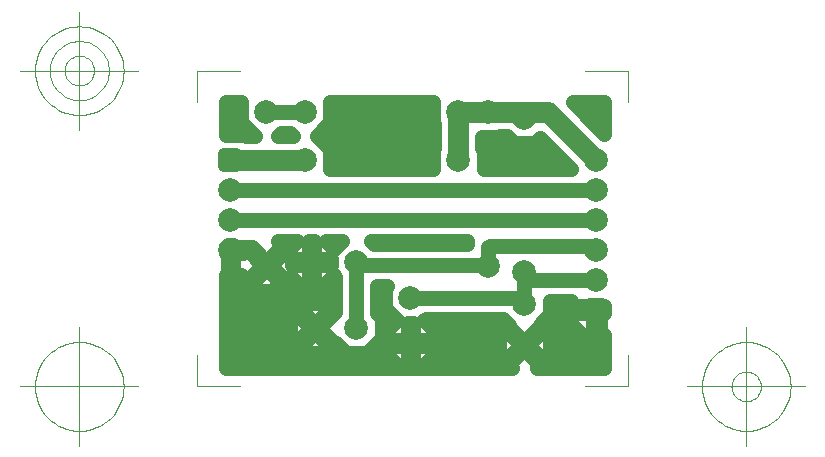
<source format=gbr>
G04 Generated by Ultiboard *
%FSLAX25Y25*%
%MOIN*%

%ADD10C,0.05000*%
%ADD11C,0.07000*%
%ADD12C,0.00394*%
%ADD13C,0.07900*%
%ADD14R,0.03983X0.03983*%
%ADD15C,0.03917*%


G04 ColorRGB 0000FF for the following layer *
%LNCopper Bottom*%
%LPD*%
%FSLAX25Y25*%
%MOIN*%
G54D10*
X120113Y389201D02*
X130500Y389201D01*
X130500Y389201D02*
X130500Y378814D01*
X130500Y378814D02*
X120113Y389201D01*
G36*
X120113Y389201D02*
X130500Y389201D01*
X130500Y378814D01*
X120113Y389201D01*
G37*
X120113Y389201D02*
X130500Y389201D01*
X130500Y389201D02*
X130500Y378814D01*
X130500Y378814D02*
X120113Y389201D01*
X129167Y321550D02*
X129167Y321167D01*
X129167Y321167D02*
X130500Y321167D01*
X130500Y321167D02*
X130500Y318833D01*
X130500Y318833D02*
X129167Y318833D01*
X129167Y318833D02*
X129167Y315333D01*
X129167Y315333D02*
X126833Y315333D01*
X126833Y315333D02*
X126833Y318833D01*
X126833Y318833D02*
X119550Y318833D01*
X119550Y318833D02*
X119550Y315333D01*
X119550Y315333D02*
X110594Y315333D01*
X110594Y315333D02*
X110594Y316644D01*
X110594Y316644D02*
X112450Y318500D01*
X112450Y318500D02*
X112450Y323000D01*
X112450Y323000D02*
X119550Y323000D01*
X119550Y323000D02*
X119550Y321167D01*
X119550Y321167D02*
X126833Y321167D01*
X126833Y321167D02*
X126833Y321550D01*
X126833Y321550D02*
X129167Y321550D01*
G36*
X129167Y321550D02*
X129167Y321167D01*
X130500Y321167D01*
X130500Y318833D01*
X129167Y318833D01*
X129167Y315333D01*
X126833Y315333D01*
X126833Y318833D01*
X119550Y318833D01*
X119550Y315333D01*
X110594Y315333D01*
X110594Y316644D01*
X112450Y318500D01*
X112450Y323000D01*
X119550Y323000D01*
X119550Y321167D01*
X126833Y321167D01*
X126833Y321550D01*
X129167Y321550D01*
G37*
X129167Y321550D02*
X129167Y321167D01*
X129167Y321167D02*
X130500Y321167D01*
X130500Y321167D02*
X130500Y318833D01*
X130500Y318833D02*
X129167Y318833D01*
X129167Y318833D02*
X129167Y315333D01*
X129167Y315333D02*
X126833Y315333D01*
X126833Y315333D02*
X126833Y318833D01*
X126833Y318833D02*
X119550Y318833D01*
X119550Y318833D02*
X119550Y315333D01*
X119550Y315333D02*
X110594Y315333D01*
X110594Y315333D02*
X110594Y316644D01*
X110594Y316644D02*
X112450Y318500D01*
X112450Y318500D02*
X112450Y323000D01*
X112450Y323000D02*
X119550Y323000D01*
X119550Y323000D02*
X119550Y321167D01*
X119550Y321167D02*
X126833Y321167D01*
X126833Y321167D02*
X126833Y321550D01*
X126833Y321550D02*
X129167Y321550D01*
X119550Y315333D02*
X123333Y311550D01*
X123333Y311550D02*
X126833Y311550D01*
X126833Y311550D02*
X126833Y315333D01*
X126833Y315333D02*
X129167Y315333D01*
X129167Y315333D02*
X129167Y311550D01*
X129167Y311550D02*
X130500Y311550D01*
X130500Y311550D02*
X130500Y300500D01*
X130500Y300500D02*
X110594Y300500D01*
X110594Y300500D02*
X110594Y302864D01*
X110594Y302864D02*
X112450Y304720D01*
X112450Y304720D02*
X112450Y311721D01*
X112450Y311721D02*
X110594Y313577D01*
X110594Y313577D02*
X110594Y315333D01*
X110594Y315333D02*
X119550Y315333D01*
G36*
X119550Y315333D02*
X123333Y311550D01*
X126833Y311550D01*
X126833Y315333D01*
X129167Y315333D01*
X129167Y311550D01*
X130500Y311550D01*
X130500Y300500D01*
X110594Y300500D01*
X110594Y302864D01*
X112450Y304720D01*
X112450Y311721D01*
X110594Y313577D01*
X110594Y315333D01*
X119550Y315333D01*
G37*
X119550Y315333D02*
X123333Y311550D01*
X123333Y311550D02*
X126833Y311550D01*
X126833Y311550D02*
X126833Y315333D01*
X126833Y315333D02*
X129167Y315333D01*
X129167Y315333D02*
X129167Y311550D01*
X129167Y311550D02*
X130500Y311550D01*
X130500Y311550D02*
X130500Y300500D01*
X130500Y300500D02*
X110594Y300500D01*
X110594Y300500D02*
X110594Y302864D01*
X110594Y302864D02*
X112450Y304720D01*
X112450Y304720D02*
X112450Y311721D01*
X112450Y311721D02*
X110594Y313577D01*
X110594Y313577D02*
X110594Y315333D01*
X110594Y315333D02*
X119550Y315333D01*
X21950Y378000D02*
X22950Y379000D01*
X22950Y379000D02*
X25869Y379000D01*
X25869Y379000D02*
X26869Y378000D01*
X26869Y378000D02*
X21950Y378000D01*
G36*
X21950Y378000D02*
X22950Y379000D01*
X25869Y379000D01*
X26869Y378000D01*
X21950Y378000D01*
G37*
X21950Y378000D02*
X22950Y379000D01*
X22950Y379000D02*
X25869Y379000D01*
X25869Y379000D02*
X26869Y378000D01*
X26869Y378000D02*
X21950Y378000D01*
X39269Y372598D02*
X39269Y373500D01*
X39269Y373500D02*
X34769Y378000D01*
X34769Y378000D02*
X39269Y382500D01*
X39269Y382500D02*
X39269Y389201D01*
X39269Y389201D02*
X44500Y389201D01*
X44500Y389201D02*
X44500Y372598D01*
X44500Y372598D02*
X39269Y372598D01*
G36*
X39269Y372598D02*
X39269Y373500D01*
X34769Y378000D01*
X39269Y382500D01*
X39269Y389201D01*
X44500Y389201D01*
X44500Y372598D01*
X39269Y372598D01*
G37*
X39269Y372598D02*
X39269Y373500D01*
X39269Y373500D02*
X34769Y378000D01*
X34769Y378000D02*
X39269Y382500D01*
X39269Y382500D02*
X39269Y389201D01*
X39269Y389201D02*
X44500Y389201D01*
X44500Y389201D02*
X44500Y372598D01*
X44500Y372598D02*
X39269Y372598D01*
X11117Y378000D02*
X10667Y378450D01*
X10667Y378450D02*
X4500Y378450D01*
X4500Y378450D02*
X4500Y389201D01*
X4500Y389201D02*
X9550Y389201D01*
X9550Y389201D02*
X9550Y382500D01*
X9550Y382500D02*
X14050Y378000D01*
X14050Y378000D02*
X11117Y378000D01*
G36*
X11117Y378000D02*
X10667Y378450D01*
X4500Y378450D01*
X4500Y389201D01*
X9550Y389201D01*
X9550Y382500D01*
X14050Y378000D01*
X11117Y378000D01*
G37*
X11117Y378000D02*
X10667Y378450D01*
X10667Y378450D02*
X4500Y378450D01*
X4500Y378450D02*
X4500Y389201D01*
X4500Y389201D02*
X9550Y389201D01*
X9550Y389201D02*
X9550Y382500D01*
X9550Y382500D02*
X14050Y378000D01*
X14050Y378000D02*
X11117Y378000D01*
X74000Y373950D02*
X73550Y373500D01*
X73550Y373500D02*
X73550Y372598D01*
X73550Y372598D02*
X44500Y372598D01*
X44500Y372598D02*
X44500Y389201D01*
X44500Y389201D02*
X73550Y389201D01*
X73550Y389201D02*
X73550Y382500D01*
X73550Y382500D02*
X74000Y382050D01*
X74000Y382050D02*
X74000Y373950D01*
G36*
X74000Y373950D02*
X73550Y373500D01*
X73550Y372598D01*
X44500Y372598D01*
X44500Y389201D01*
X73550Y389201D01*
X73550Y382500D01*
X74000Y382050D01*
X74000Y373950D01*
G37*
X74000Y373950D02*
X73550Y373500D01*
X73550Y373500D02*
X73550Y372598D01*
X73550Y372598D02*
X44500Y372598D01*
X44500Y372598D02*
X44500Y389201D01*
X44500Y389201D02*
X73550Y389201D01*
X73550Y389201D02*
X73550Y382500D01*
X73550Y382500D02*
X74000Y382050D01*
X74000Y382050D02*
X74000Y373950D01*
X90000Y377550D02*
X90500Y377550D01*
X90500Y377550D02*
X90500Y372598D01*
X90500Y372598D02*
X90450Y372598D01*
X90450Y372598D02*
X90450Y373500D01*
X90450Y373500D02*
X90000Y373950D01*
X90000Y373950D02*
X90000Y377550D01*
G36*
X90000Y377550D02*
X90500Y377550D01*
X90500Y372598D01*
X90450Y372598D01*
X90450Y373500D01*
X90000Y373950D01*
X90000Y377550D01*
G37*
X90000Y377550D02*
X90500Y377550D01*
X90500Y377550D02*
X90500Y372598D01*
X90500Y372598D02*
X90450Y372598D01*
X90450Y372598D02*
X90450Y373500D01*
X90450Y373500D02*
X90000Y373950D01*
X90000Y373950D02*
X90000Y377550D01*
X98050Y378000D02*
X100500Y375550D01*
X100500Y375550D02*
X106679Y375550D01*
X106679Y375550D02*
X106679Y367000D01*
X106679Y367000D02*
X90500Y367000D01*
X90500Y367000D02*
X90500Y377550D01*
X90500Y377550D02*
X95500Y377550D01*
X95500Y377550D02*
X95950Y378000D01*
X95950Y378000D02*
X98050Y378000D01*
G36*
X98050Y378000D02*
X100500Y375550D01*
X106679Y375550D01*
X106679Y367000D01*
X90500Y367000D01*
X90500Y377550D01*
X95500Y377550D01*
X95950Y378000D01*
X98050Y378000D01*
G37*
X98050Y378000D02*
X100500Y375550D01*
X100500Y375550D02*
X106679Y375550D01*
X106679Y375550D02*
X106679Y367000D01*
X106679Y367000D02*
X90500Y367000D01*
X90500Y367000D02*
X90500Y377550D01*
X90500Y377550D02*
X95500Y377550D01*
X95500Y377550D02*
X95950Y378000D01*
X95950Y378000D02*
X98050Y378000D01*
X119550Y367136D02*
X119550Y367000D01*
X119550Y367000D02*
X106679Y367000D01*
X106679Y367000D02*
X106679Y375550D01*
X106679Y375550D02*
X107500Y375550D01*
X107500Y375550D02*
X109318Y377368D01*
X109318Y377368D02*
X119550Y367136D01*
G36*
X119550Y367136D02*
X119550Y367000D01*
X106679Y367000D01*
X106679Y375550D01*
X107500Y375550D01*
X109318Y377368D01*
X119550Y367136D01*
G37*
X119550Y367136D02*
X119550Y367000D01*
X119550Y367000D02*
X106679Y367000D01*
X106679Y367000D02*
X106679Y375550D01*
X106679Y375550D02*
X107500Y375550D01*
X107500Y375550D02*
X109318Y377368D01*
X109318Y377368D02*
X119550Y367136D01*
X73550Y372598D02*
X73550Y367000D01*
X73550Y367000D02*
X44500Y367000D01*
X44500Y367000D02*
X44500Y372598D01*
X44500Y372598D02*
X73550Y372598D01*
G36*
X73550Y372598D02*
X73550Y367000D01*
X44500Y367000D01*
X44500Y372598D01*
X73550Y372598D01*
G37*
X73550Y372598D02*
X73550Y367000D01*
X73550Y367000D02*
X44500Y367000D01*
X44500Y367000D02*
X44500Y372598D01*
X44500Y372598D02*
X73550Y372598D01*
X58200Y328150D02*
X57550Y327500D01*
X57550Y327500D02*
X57550Y320500D01*
X57550Y320500D02*
X61550Y316500D01*
X61550Y316500D02*
X57550Y312500D01*
X57550Y312500D02*
X57550Y309875D01*
X57550Y309875D02*
X62500Y309875D01*
X62500Y309875D02*
X62500Y308125D01*
X62500Y308125D02*
X57550Y308125D01*
X57550Y308125D02*
X57550Y305500D01*
X57550Y305500D02*
X62500Y300550D01*
X62500Y300550D02*
X62500Y300500D01*
X62500Y300500D02*
X44500Y300500D01*
X44500Y300500D02*
X44500Y305550D01*
X44500Y305550D02*
X51500Y305550D01*
X51500Y305550D02*
X56450Y310500D01*
X56450Y310500D02*
X56450Y317500D01*
X56450Y317500D02*
X55000Y318950D01*
X55000Y318950D02*
X55000Y328150D01*
X55000Y328150D02*
X58200Y328150D01*
G36*
X58200Y328150D02*
X57550Y327500D01*
X57550Y320500D01*
X61550Y316500D01*
X57550Y312500D01*
X57550Y309875D01*
X62500Y309875D01*
X62500Y308125D01*
X57550Y308125D01*
X57550Y305500D01*
X62500Y300550D01*
X62500Y300500D01*
X44500Y300500D01*
X44500Y305550D01*
X51500Y305550D01*
X56450Y310500D01*
X56450Y317500D01*
X55000Y318950D01*
X55000Y328150D01*
X58200Y328150D01*
G37*
X58200Y328150D02*
X57550Y327500D01*
X57550Y327500D02*
X57550Y320500D01*
X57550Y320500D02*
X61550Y316500D01*
X61550Y316500D02*
X57550Y312500D01*
X57550Y312500D02*
X57550Y309875D01*
X57550Y309875D02*
X62500Y309875D01*
X62500Y309875D02*
X62500Y308125D01*
X62500Y308125D02*
X57550Y308125D01*
X57550Y308125D02*
X57550Y305500D01*
X57550Y305500D02*
X62500Y300550D01*
X62500Y300550D02*
X62500Y300500D01*
X62500Y300500D02*
X44500Y300500D01*
X44500Y300500D02*
X44500Y305550D01*
X44500Y305550D02*
X51500Y305550D01*
X51500Y305550D02*
X56450Y310500D01*
X56450Y310500D02*
X56450Y317500D01*
X56450Y317500D02*
X55000Y318950D01*
X55000Y318950D02*
X55000Y328150D01*
X55000Y328150D02*
X58200Y328150D01*
X65125Y315550D02*
X66875Y315550D01*
X66875Y315550D02*
X66875Y309875D01*
X66875Y309875D02*
X69500Y309875D01*
X69500Y309875D02*
X69500Y308125D01*
X69500Y308125D02*
X66875Y308125D01*
X66875Y308125D02*
X66875Y300550D01*
X66875Y300550D02*
X69500Y300550D01*
X69500Y300550D02*
X69500Y300500D01*
X69500Y300500D02*
X62500Y300500D01*
X62500Y300500D02*
X62500Y300550D01*
X62500Y300550D02*
X65125Y300550D01*
X65125Y300550D02*
X65125Y308125D01*
X65125Y308125D02*
X62500Y308125D01*
X62500Y308125D02*
X62500Y309875D01*
X62500Y309875D02*
X65125Y309875D01*
X65125Y309875D02*
X65125Y315550D01*
G36*
X65125Y315550D02*
X66875Y315550D01*
X66875Y309875D01*
X69500Y309875D01*
X69500Y308125D01*
X66875Y308125D01*
X66875Y300550D01*
X69500Y300550D01*
X69500Y300500D01*
X62500Y300500D01*
X62500Y300550D01*
X65125Y300550D01*
X65125Y308125D01*
X62500Y308125D01*
X62500Y309875D01*
X65125Y309875D01*
X65125Y315550D01*
G37*
X65125Y315550D02*
X66875Y315550D01*
X66875Y315550D02*
X66875Y309875D01*
X66875Y309875D02*
X69500Y309875D01*
X69500Y309875D02*
X69500Y308125D01*
X69500Y308125D02*
X66875Y308125D01*
X66875Y308125D02*
X66875Y300550D01*
X66875Y300550D02*
X69500Y300550D01*
X69500Y300550D02*
X69500Y300500D01*
X69500Y300500D02*
X62500Y300500D01*
X62500Y300500D02*
X62500Y300550D01*
X62500Y300550D02*
X65125Y300550D01*
X65125Y300550D02*
X65125Y308125D01*
X65125Y308125D02*
X62500Y308125D01*
X62500Y308125D02*
X62500Y309875D01*
X62500Y309875D02*
X65125Y309875D01*
X65125Y309875D02*
X65125Y315550D01*
X53800Y342150D02*
X52950Y343000D01*
X52950Y343000D02*
X62500Y343000D01*
X62500Y343000D02*
X62500Y342150D01*
X62500Y342150D02*
X53800Y342150D01*
G36*
X53800Y342150D02*
X52950Y343000D01*
X62500Y343000D01*
X62500Y342150D01*
X53800Y342150D01*
G37*
X53800Y342150D02*
X52950Y343000D01*
X52950Y343000D02*
X62500Y343000D01*
X62500Y343000D02*
X62500Y342150D01*
X62500Y342150D02*
X53800Y342150D01*
X62500Y343000D02*
X69500Y343000D01*
X69500Y343000D02*
X69500Y342150D01*
X69500Y342150D02*
X62500Y342150D01*
X62500Y342150D02*
X62500Y343000D01*
G36*
X62500Y343000D02*
X69500Y343000D01*
X69500Y342150D01*
X62500Y342150D01*
X62500Y343000D01*
G37*
X62500Y343000D02*
X69500Y343000D01*
X69500Y343000D02*
X69500Y342150D01*
X69500Y342150D02*
X62500Y342150D01*
X62500Y342150D02*
X62500Y343000D01*
X4500Y331550D02*
X5125Y331550D01*
X5125Y331550D02*
X5125Y332500D01*
X5125Y332500D02*
X6875Y332500D01*
X6875Y332500D02*
X6875Y331550D01*
X6875Y331550D02*
X9500Y331550D01*
X9500Y331550D02*
X9550Y331600D01*
X9550Y331600D02*
X9550Y331319D01*
X9550Y331319D02*
X11406Y329463D01*
X11406Y329463D02*
X14444Y332500D01*
X14444Y332500D02*
X16918Y332500D01*
X16918Y332500D02*
X12644Y328225D01*
X12644Y328225D02*
X14500Y326369D01*
X14500Y326369D02*
X21500Y326369D01*
X21500Y326369D02*
X23356Y328225D01*
X23356Y328225D02*
X19082Y332500D01*
X19082Y332500D02*
X21556Y332500D01*
X21556Y332500D02*
X24594Y329463D01*
X24594Y329463D02*
X26091Y330959D01*
X26091Y330959D02*
X29500Y327550D01*
X29500Y327550D02*
X32125Y327550D01*
X32125Y327550D02*
X32125Y332500D01*
X32125Y332500D02*
X33875Y332500D01*
X33875Y332500D02*
X33875Y327550D01*
X33875Y327550D02*
X34220Y327550D01*
X34220Y327550D02*
X34220Y322450D01*
X34220Y322450D02*
X30720Y322450D01*
X30720Y322450D02*
X28864Y320594D01*
X28864Y320594D02*
X34220Y315237D01*
X34220Y315237D02*
X34220Y314000D01*
X34220Y314000D02*
X32983Y314000D01*
X32983Y314000D02*
X27627Y319356D01*
X27627Y319356D02*
X25770Y317500D01*
X25770Y317500D02*
X25770Y314000D01*
X25770Y314000D02*
X4500Y314000D01*
X4500Y314000D02*
X4500Y331550D01*
G36*
X4500Y331550D02*
X5125Y331550D01*
X5125Y332500D01*
X6875Y332500D01*
X6875Y331550D01*
X9500Y331550D01*
X9550Y331600D01*
X9550Y331319D01*
X11406Y329463D01*
X14444Y332500D01*
X16918Y332500D01*
X12644Y328225D01*
X14500Y326369D01*
X21500Y326369D01*
X23356Y328225D01*
X19082Y332500D01*
X21556Y332500D01*
X24594Y329463D01*
X26091Y330959D01*
X29500Y327550D01*
X32125Y327550D01*
X32125Y332500D01*
X33875Y332500D01*
X33875Y327550D01*
X34220Y327550D01*
X34220Y322450D01*
X30720Y322450D01*
X28864Y320594D01*
X34220Y315237D01*
X34220Y314000D01*
X32983Y314000D01*
X27627Y319356D01*
X25770Y317500D01*
X25770Y314000D01*
X4500Y314000D01*
X4500Y331550D01*
G37*
X4500Y331550D02*
X5125Y331550D01*
X5125Y331550D02*
X5125Y332500D01*
X5125Y332500D02*
X6875Y332500D01*
X6875Y332500D02*
X6875Y331550D01*
X6875Y331550D02*
X9500Y331550D01*
X9500Y331550D02*
X9550Y331600D01*
X9550Y331600D02*
X9550Y331319D01*
X9550Y331319D02*
X11406Y329463D01*
X11406Y329463D02*
X14444Y332500D01*
X14444Y332500D02*
X16918Y332500D01*
X16918Y332500D02*
X12644Y328225D01*
X12644Y328225D02*
X14500Y326369D01*
X14500Y326369D02*
X21500Y326369D01*
X21500Y326369D02*
X23356Y328225D01*
X23356Y328225D02*
X19082Y332500D01*
X19082Y332500D02*
X21556Y332500D01*
X21556Y332500D02*
X24594Y329463D01*
X24594Y329463D02*
X26091Y330959D01*
X26091Y330959D02*
X29500Y327550D01*
X29500Y327550D02*
X32125Y327550D01*
X32125Y327550D02*
X32125Y332500D01*
X32125Y332500D02*
X33875Y332500D01*
X33875Y332500D02*
X33875Y327550D01*
X33875Y327550D02*
X34220Y327550D01*
X34220Y327550D02*
X34220Y322450D01*
X34220Y322450D02*
X30720Y322450D01*
X30720Y322450D02*
X28864Y320594D01*
X28864Y320594D02*
X34220Y315237D01*
X34220Y315237D02*
X34220Y314000D01*
X34220Y314000D02*
X32983Y314000D01*
X32983Y314000D02*
X27627Y319356D01*
X27627Y319356D02*
X25770Y317500D01*
X25770Y317500D02*
X25770Y314000D01*
X25770Y314000D02*
X4500Y314000D01*
X4500Y314000D02*
X4500Y331550D01*
X34220Y315237D02*
X39577Y320594D01*
X39577Y320594D02*
X37721Y322450D01*
X37721Y322450D02*
X34220Y322450D01*
X34220Y322450D02*
X34220Y327550D01*
X34220Y327550D02*
X36500Y327550D01*
X36500Y327550D02*
X40500Y331550D01*
X40500Y331550D02*
X41000Y331050D01*
X41000Y331050D02*
X41000Y319171D01*
X41000Y319171D02*
X40814Y319356D01*
X40814Y319356D02*
X35458Y314000D01*
X35458Y314000D02*
X34220Y314000D01*
X34220Y314000D02*
X34220Y315237D01*
G36*
X34220Y315237D02*
X39577Y320594D01*
X37721Y322450D01*
X34220Y322450D01*
X34220Y327550D01*
X36500Y327550D01*
X40500Y331550D01*
X41000Y331050D01*
X41000Y319171D01*
X40814Y319356D01*
X35458Y314000D01*
X34220Y314000D01*
X34220Y315237D01*
G37*
X34220Y315237D02*
X39577Y320594D01*
X39577Y320594D02*
X37721Y322450D01*
X37721Y322450D02*
X34220Y322450D01*
X34220Y322450D02*
X34220Y327550D01*
X34220Y327550D02*
X36500Y327550D01*
X36500Y327550D02*
X40500Y331550D01*
X40500Y331550D02*
X41000Y331050D01*
X41000Y331050D02*
X41000Y319171D01*
X41000Y319171D02*
X40814Y319356D01*
X40814Y319356D02*
X35458Y314000D01*
X35458Y314000D02*
X34220Y314000D01*
X34220Y314000D02*
X34220Y315237D01*
X25770Y314000D02*
X25770Y310500D01*
X25770Y310500D02*
X27627Y308644D01*
X27627Y308644D02*
X32983Y314000D01*
X32983Y314000D02*
X34220Y314000D01*
X34220Y314000D02*
X34220Y312763D01*
X34220Y312763D02*
X28864Y307406D01*
X28864Y307406D02*
X30720Y305550D01*
X30720Y305550D02*
X34220Y305550D01*
X34220Y305550D02*
X34220Y300500D01*
X34220Y300500D02*
X4500Y300500D01*
X4500Y300500D02*
X4500Y314000D01*
X4500Y314000D02*
X25770Y314000D01*
G36*
X25770Y314000D02*
X25770Y310500D01*
X27627Y308644D01*
X32983Y314000D01*
X34220Y314000D01*
X34220Y312763D01*
X28864Y307406D01*
X30720Y305550D01*
X34220Y305550D01*
X34220Y300500D01*
X4500Y300500D01*
X4500Y314000D01*
X25770Y314000D01*
G37*
X25770Y314000D02*
X25770Y310500D01*
X25770Y310500D02*
X27627Y308644D01*
X27627Y308644D02*
X32983Y314000D01*
X32983Y314000D02*
X34220Y314000D01*
X34220Y314000D02*
X34220Y312763D01*
X34220Y312763D02*
X28864Y307406D01*
X28864Y307406D02*
X30720Y305550D01*
X30720Y305550D02*
X34220Y305550D01*
X34220Y305550D02*
X34220Y300500D01*
X34220Y300500D02*
X4500Y300500D01*
X4500Y300500D02*
X4500Y314000D01*
X4500Y314000D02*
X25770Y314000D01*
X41110Y308940D02*
X44500Y305550D01*
X44500Y305550D02*
X44500Y305550D01*
X44500Y305550D02*
X44500Y300500D01*
X44500Y300500D02*
X34220Y300500D01*
X34220Y300500D02*
X34220Y305550D01*
X34220Y305550D02*
X37721Y305550D01*
X37721Y305550D02*
X39577Y307406D01*
X39577Y307406D02*
X34220Y312763D01*
X34220Y312763D02*
X34220Y314000D01*
X34220Y314000D02*
X35458Y314000D01*
X35458Y314000D02*
X40814Y308644D01*
X40814Y308644D02*
X41110Y308940D01*
G36*
X41110Y308940D02*
X44500Y305550D01*
X44500Y305550D01*
X44500Y300500D01*
X34220Y300500D01*
X34220Y305550D01*
X37721Y305550D01*
X39577Y307406D01*
X34220Y312763D01*
X34220Y314000D01*
X35458Y314000D01*
X40814Y308644D01*
X41110Y308940D01*
G37*
X41110Y308940D02*
X44500Y305550D01*
X44500Y305550D02*
X44500Y305550D01*
X44500Y305550D02*
X44500Y300500D01*
X44500Y300500D02*
X34220Y300500D01*
X34220Y300500D02*
X34220Y305550D01*
X34220Y305550D02*
X37721Y305550D01*
X37721Y305550D02*
X39577Y307406D01*
X39577Y307406D02*
X34220Y312763D01*
X34220Y312763D02*
X34220Y314000D01*
X34220Y314000D02*
X35458Y314000D01*
X35458Y314000D02*
X40814Y308644D01*
X40814Y308644D02*
X41110Y308940D01*
X18000Y336056D02*
X23356Y341413D01*
X23356Y341413D02*
X21769Y343000D01*
X21769Y343000D02*
X28050Y343000D01*
X28050Y343000D02*
X24909Y339860D01*
X24909Y339860D02*
X24594Y340175D01*
X24594Y340175D02*
X19237Y334819D01*
X19237Y334819D02*
X21556Y332500D01*
X21556Y332500D02*
X19082Y332500D01*
X19082Y332500D02*
X18000Y333581D01*
X18000Y333581D02*
X18000Y336056D01*
G36*
X18000Y336056D02*
X23356Y341413D01*
X21769Y343000D01*
X28050Y343000D01*
X24909Y339860D01*
X24594Y340175D01*
X19237Y334819D01*
X21556Y332500D01*
X19082Y332500D01*
X18000Y333581D01*
X18000Y336056D01*
G37*
X18000Y336056D02*
X23356Y341413D01*
X23356Y341413D02*
X21769Y343000D01*
X21769Y343000D02*
X28050Y343000D01*
X28050Y343000D02*
X24909Y339860D01*
X24909Y339860D02*
X24594Y340175D01*
X24594Y340175D02*
X19237Y334819D01*
X19237Y334819D02*
X21556Y332500D01*
X21556Y332500D02*
X19082Y332500D01*
X19082Y332500D02*
X18000Y333581D01*
X18000Y333581D02*
X18000Y336056D01*
X33875Y343000D02*
X33875Y336875D01*
X33875Y336875D02*
X36500Y336875D01*
X36500Y336875D02*
X36500Y335125D01*
X36500Y335125D02*
X33875Y335125D01*
X33875Y335125D02*
X33875Y332500D01*
X33875Y332500D02*
X32125Y332500D01*
X32125Y332500D02*
X32125Y335125D01*
X32125Y335125D02*
X29500Y335125D01*
X29500Y335125D02*
X29500Y336875D01*
X29500Y336875D02*
X32125Y336875D01*
X32125Y336875D02*
X32125Y343000D01*
X32125Y343000D02*
X33875Y343000D01*
G36*
X33875Y343000D02*
X33875Y336875D01*
X36500Y336875D01*
X36500Y335125D01*
X33875Y335125D01*
X33875Y332500D01*
X32125Y332500D01*
X32125Y335125D01*
X29500Y335125D01*
X29500Y336875D01*
X32125Y336875D01*
X32125Y343000D01*
X33875Y343000D01*
G37*
X33875Y343000D02*
X33875Y336875D01*
X33875Y336875D02*
X36500Y336875D01*
X36500Y336875D02*
X36500Y335125D01*
X36500Y335125D02*
X33875Y335125D01*
X33875Y335125D02*
X33875Y332500D01*
X33875Y332500D02*
X32125Y332500D01*
X32125Y332500D02*
X32125Y335125D01*
X32125Y335125D02*
X29500Y335125D01*
X29500Y335125D02*
X29500Y336875D01*
X29500Y336875D02*
X32125Y336875D01*
X32125Y336875D02*
X32125Y343000D01*
X32125Y343000D02*
X33875Y343000D01*
X26450Y335125D02*
X26450Y336875D01*
X26450Y336875D02*
X29500Y336875D01*
X29500Y336875D02*
X29500Y335125D01*
X29500Y335125D02*
X26450Y335125D01*
G36*
X26450Y335125D02*
X26450Y336875D01*
X29500Y336875D01*
X29500Y335125D01*
X26450Y335125D01*
G37*
X26450Y335125D02*
X26450Y336875D01*
X26450Y336875D02*
X29500Y336875D01*
X29500Y336875D02*
X29500Y335125D01*
X29500Y335125D02*
X26450Y335125D01*
X5125Y341550D02*
X6875Y341550D01*
X6875Y341550D02*
X6875Y340875D01*
X6875Y340875D02*
X13181Y340875D01*
X13181Y340875D02*
X18000Y336056D01*
X18000Y336056D02*
X18000Y333581D01*
X18000Y333581D02*
X16918Y332500D01*
X16918Y332500D02*
X14444Y332500D01*
X14444Y332500D02*
X16763Y334819D01*
X16763Y334819D02*
X14450Y337131D01*
X14450Y337131D02*
X14450Y339125D01*
X14450Y339125D02*
X12456Y339125D01*
X12456Y339125D02*
X11406Y340175D01*
X11406Y340175D02*
X10356Y339125D01*
X10356Y339125D02*
X6875Y339125D01*
X6875Y339125D02*
X6875Y332500D01*
X6875Y332500D02*
X5125Y332500D01*
X5125Y332500D02*
X5125Y339125D01*
X5125Y339125D02*
X4500Y339125D01*
X4500Y339125D02*
X4500Y340875D01*
X4500Y340875D02*
X5125Y340875D01*
X5125Y340875D02*
X5125Y341550D01*
G36*
X5125Y341550D02*
X6875Y341550D01*
X6875Y340875D01*
X13181Y340875D01*
X18000Y336056D01*
X18000Y333581D01*
X16918Y332500D01*
X14444Y332500D01*
X16763Y334819D01*
X14450Y337131D01*
X14450Y339125D01*
X12456Y339125D01*
X11406Y340175D01*
X10356Y339125D01*
X6875Y339125D01*
X6875Y332500D01*
X5125Y332500D01*
X5125Y339125D01*
X4500Y339125D01*
X4500Y340875D01*
X5125Y340875D01*
X5125Y341550D01*
G37*
X5125Y341550D02*
X6875Y341550D01*
X6875Y341550D02*
X6875Y340875D01*
X6875Y340875D02*
X13181Y340875D01*
X13181Y340875D02*
X18000Y336056D01*
X18000Y336056D02*
X18000Y333581D01*
X18000Y333581D02*
X16918Y332500D01*
X16918Y332500D02*
X14444Y332500D01*
X14444Y332500D02*
X16763Y334819D01*
X16763Y334819D02*
X14450Y337131D01*
X14450Y337131D02*
X14450Y339125D01*
X14450Y339125D02*
X12456Y339125D01*
X12456Y339125D02*
X11406Y340175D01*
X11406Y340175D02*
X10356Y339125D01*
X10356Y339125D02*
X6875Y339125D01*
X6875Y339125D02*
X6875Y332500D01*
X6875Y332500D02*
X5125Y332500D01*
X5125Y332500D02*
X5125Y339125D01*
X5125Y339125D02*
X4500Y339125D01*
X4500Y339125D02*
X4500Y340875D01*
X4500Y340875D02*
X5125Y340875D01*
X5125Y340875D02*
X5125Y341550D01*
X40500Y340450D02*
X37950Y343000D01*
X37950Y343000D02*
X43050Y343000D01*
X43050Y343000D02*
X40500Y340450D01*
G36*
X40500Y340450D02*
X37950Y343000D01*
X43050Y343000D01*
X40500Y340450D01*
G37*
X40500Y340450D02*
X37950Y343000D01*
X37950Y343000D02*
X43050Y343000D01*
X43050Y343000D02*
X40500Y340450D01*
X36500Y336875D02*
X39550Y336875D01*
X39550Y336875D02*
X39550Y335125D01*
X39550Y335125D02*
X36500Y335125D01*
X36500Y335125D02*
X36500Y336875D01*
G36*
X36500Y336875D02*
X39550Y336875D01*
X39550Y335125D01*
X36500Y335125D01*
X36500Y336875D01*
G37*
X36500Y336875D02*
X39550Y336875D01*
X39550Y336875D02*
X39550Y335125D01*
X39550Y335125D02*
X36500Y335125D01*
X36500Y335125D02*
X36500Y336875D01*
X39269Y367000D02*
X39269Y372598D01*
X39269Y372598D02*
X44500Y372598D01*
X44500Y372598D02*
X44500Y367000D01*
X44500Y367000D02*
X39269Y367000D01*
G36*
X39269Y367000D02*
X39269Y372598D01*
X44500Y372598D01*
X44500Y367000D01*
X39269Y367000D01*
G37*
X39269Y367000D02*
X39269Y372598D01*
X39269Y372598D02*
X44500Y372598D01*
X44500Y372598D02*
X44500Y367000D01*
X44500Y367000D02*
X39269Y367000D01*
X70450Y316500D02*
X71050Y317100D01*
X71050Y317100D02*
X90500Y317100D01*
X90500Y317100D02*
X90500Y300500D01*
X90500Y300500D02*
X69500Y300500D01*
X69500Y300500D02*
X69500Y300550D01*
X69500Y300550D02*
X74450Y305500D01*
X74450Y305500D02*
X74450Y308125D01*
X74450Y308125D02*
X69500Y308125D01*
X69500Y308125D02*
X69500Y309875D01*
X69500Y309875D02*
X74450Y309875D01*
X74450Y309875D02*
X74450Y312500D01*
X74450Y312500D02*
X70450Y316500D01*
G36*
X70450Y316500D02*
X71050Y317100D01*
X90500Y317100D01*
X90500Y300500D01*
X69500Y300500D01*
X69500Y300550D01*
X74450Y305500D01*
X74450Y308125D01*
X69500Y308125D01*
X69500Y309875D01*
X74450Y309875D01*
X74450Y312500D01*
X70450Y316500D01*
G37*
X70450Y316500D02*
X71050Y317100D01*
X71050Y317100D02*
X90500Y317100D01*
X90500Y317100D02*
X90500Y300500D01*
X90500Y300500D02*
X69500Y300500D01*
X69500Y300500D02*
X69500Y300550D01*
X69500Y300550D02*
X74450Y305500D01*
X74450Y305500D02*
X74450Y308125D01*
X74450Y308125D02*
X69500Y308125D01*
X69500Y308125D02*
X69500Y309875D01*
X69500Y309875D02*
X74450Y309875D01*
X74450Y309875D02*
X74450Y312500D01*
X74450Y312500D02*
X70450Y316500D01*
X96950Y317100D02*
X98940Y315110D01*
X98940Y315110D02*
X98644Y314814D01*
X98644Y314814D02*
X104000Y309458D01*
X104000Y309458D02*
X104000Y308220D01*
X104000Y308220D02*
X102763Y308220D01*
X102763Y308220D02*
X97406Y313577D01*
X97406Y313577D02*
X95550Y311721D01*
X95550Y311721D02*
X95550Y308220D01*
X95550Y308220D02*
X90500Y308220D01*
X90500Y308220D02*
X90500Y317100D01*
X90500Y317100D02*
X96950Y317100D01*
G36*
X96950Y317100D02*
X98940Y315110D01*
X98644Y314814D01*
X104000Y309458D01*
X104000Y308220D01*
X102763Y308220D01*
X97406Y313577D01*
X95550Y311721D01*
X95550Y308220D01*
X90500Y308220D01*
X90500Y317100D01*
X96950Y317100D01*
G37*
X96950Y317100D02*
X98940Y315110D01*
X98940Y315110D02*
X98644Y314814D01*
X98644Y314814D02*
X104000Y309458D01*
X104000Y309458D02*
X104000Y308220D01*
X104000Y308220D02*
X102763Y308220D01*
X102763Y308220D02*
X97406Y313577D01*
X97406Y313577D02*
X95550Y311721D01*
X95550Y311721D02*
X95550Y308220D01*
X95550Y308220D02*
X90500Y308220D01*
X90500Y308220D02*
X90500Y317100D01*
X90500Y317100D02*
X96950Y317100D01*
X109060Y315110D02*
X110594Y316644D01*
X110594Y316644D02*
X110594Y313577D01*
X110594Y313577D02*
X105237Y308220D01*
X105237Y308220D02*
X110594Y302864D01*
X110594Y302864D02*
X110594Y300500D01*
X110594Y300500D02*
X108230Y300500D01*
X108230Y300500D02*
X109356Y301627D01*
X109356Y301627D02*
X104000Y306983D01*
X104000Y306983D02*
X104000Y309458D01*
X104000Y309458D02*
X109356Y314814D01*
X109356Y314814D02*
X109060Y315110D01*
G36*
X109060Y315110D02*
X110594Y316644D01*
X110594Y313577D01*
X105237Y308220D01*
X110594Y302864D01*
X110594Y300500D01*
X108230Y300500D01*
X109356Y301627D01*
X104000Y306983D01*
X104000Y309458D01*
X109356Y314814D01*
X109060Y315110D01*
G37*
X109060Y315110D02*
X110594Y316644D01*
X110594Y316644D02*
X110594Y313577D01*
X110594Y313577D02*
X105237Y308220D01*
X105237Y308220D02*
X110594Y302864D01*
X110594Y302864D02*
X110594Y300500D01*
X110594Y300500D02*
X108230Y300500D01*
X108230Y300500D02*
X109356Y301627D01*
X109356Y301627D02*
X104000Y306983D01*
X104000Y306983D02*
X104000Y309458D01*
X104000Y309458D02*
X109356Y314814D01*
X109356Y314814D02*
X109060Y315110D01*
X95550Y308220D02*
X95550Y304720D01*
X95550Y304720D02*
X97406Y302864D01*
X97406Y302864D02*
X102763Y308220D01*
X102763Y308220D02*
X104000Y308220D01*
X104000Y308220D02*
X104000Y306983D01*
X104000Y306983D02*
X98644Y301627D01*
X98644Y301627D02*
X99770Y300500D01*
X99770Y300500D02*
X90500Y300500D01*
X90500Y300500D02*
X90500Y308220D01*
X90500Y308220D02*
X95550Y308220D01*
G36*
X95550Y308220D02*
X95550Y304720D01*
X97406Y302864D01*
X102763Y308220D01*
X104000Y308220D01*
X104000Y306983D01*
X98644Y301627D01*
X99770Y300500D01*
X90500Y300500D01*
X90500Y308220D01*
X95550Y308220D01*
G37*
X95550Y308220D02*
X95550Y304720D01*
X95550Y304720D02*
X97406Y302864D01*
X97406Y302864D02*
X102763Y308220D01*
X102763Y308220D02*
X104000Y308220D01*
X104000Y308220D02*
X104000Y306983D01*
X104000Y306983D02*
X98644Y301627D01*
X98644Y301627D02*
X99770Y300500D01*
X99770Y300500D02*
X90500Y300500D01*
X90500Y300500D02*
X90500Y308220D01*
X90500Y308220D02*
X95550Y308220D01*
X90450Y367000D02*
X90450Y372598D01*
X90450Y372598D02*
X90500Y372598D01*
X90500Y372598D02*
X90500Y367000D01*
X90500Y367000D02*
X90450Y367000D01*
G36*
X90450Y367000D02*
X90450Y372598D01*
X90500Y372598D01*
X90500Y367000D01*
X90450Y367000D01*
G37*
X90450Y367000D02*
X90450Y372598D01*
X90450Y372598D02*
X90500Y372598D01*
X90500Y372598D02*
X90500Y367000D01*
X90500Y367000D02*
X90450Y367000D01*
X69500Y343000D02*
X85000Y343000D01*
X85000Y343000D02*
X85000Y342150D01*
X85000Y342150D02*
X69500Y342150D01*
X69500Y342150D02*
X69500Y343000D01*
G36*
X69500Y343000D02*
X85000Y343000D01*
X85000Y342150D01*
X69500Y342150D01*
X69500Y343000D01*
G37*
X69500Y343000D02*
X85000Y343000D01*
X85000Y343000D02*
X85000Y342150D01*
X85000Y342150D02*
X69500Y342150D01*
X69500Y342150D02*
X69500Y343000D01*
X6000Y360000D02*
X128000Y360000D01*
X6000Y350000D02*
X128000Y350000D01*
X128000Y330000D02*
X104000Y330000D01*
X92564Y341450D02*
X126550Y341450D01*
X126550Y341450D02*
X128000Y340000D01*
X48850Y335150D02*
X91669Y335150D01*
X66100Y324100D02*
X103900Y324100D01*
X48000Y314000D02*
X48000Y336000D01*
X48850Y335150D02*
X48000Y336000D01*
X91669Y335150D02*
X92000Y334819D01*
X92000Y334819D02*
X92000Y340886D01*
X92564Y341450D02*
X92000Y340886D01*
X104000Y332819D02*
X104000Y322000D01*
X18000Y386000D02*
X30819Y386000D01*
G54D11*
X112000Y386000D02*
X128000Y370000D01*
X82000Y370000D02*
X82000Y386000D01*
X6000Y370000D02*
X30819Y370000D01*
X82000Y386000D02*
X112000Y386000D01*
G54D12*
X-4995Y294500D02*
X-4995Y305029D01*
X-4995Y294500D02*
X9361Y294500D01*
X138567Y294500D02*
X124211Y294500D01*
X138567Y294500D02*
X138567Y305029D01*
X138567Y399786D02*
X138567Y389257D01*
X138567Y399786D02*
X124211Y399786D01*
X-4995Y399786D02*
X9361Y399786D01*
X-4995Y399786D02*
X-4995Y389257D01*
X-24680Y294500D02*
X-64050Y294500D01*
X-44365Y274815D02*
X-44365Y314185D01*
X-29601Y294500D02*
X-29672Y295947D01*
X-29672Y295947D02*
X-29885Y297380D01*
X-29885Y297380D02*
X-30237Y298786D01*
X-30237Y298786D02*
X-30725Y300150D01*
X-30725Y300150D02*
X-31344Y301460D01*
X-31344Y301460D02*
X-32089Y302702D01*
X-32089Y302702D02*
X-32952Y303866D01*
X-32952Y303866D02*
X-33925Y304940D01*
X-33925Y304940D02*
X-34999Y305913D01*
X-34999Y305913D02*
X-36162Y306776D01*
X-36162Y306776D02*
X-37405Y307520D01*
X-37405Y307520D02*
X-38715Y308140D01*
X-38715Y308140D02*
X-40079Y308628D01*
X-40079Y308628D02*
X-41484Y308980D01*
X-41484Y308980D02*
X-42918Y309193D01*
X-42918Y309193D02*
X-44365Y309264D01*
X-44365Y309264D02*
X-45812Y309193D01*
X-45812Y309193D02*
X-47245Y308980D01*
X-47245Y308980D02*
X-48650Y308628D01*
X-48650Y308628D02*
X-50015Y308140D01*
X-50015Y308140D02*
X-51324Y307520D01*
X-51324Y307520D02*
X-52567Y306776D01*
X-52567Y306776D02*
X-53731Y305913D01*
X-53731Y305913D02*
X-54804Y304940D01*
X-54804Y304940D02*
X-55777Y303866D01*
X-55777Y303866D02*
X-56640Y302702D01*
X-56640Y302702D02*
X-57385Y301460D01*
X-57385Y301460D02*
X-58005Y300150D01*
X-58005Y300150D02*
X-58493Y298786D01*
X-58493Y298786D02*
X-58845Y297380D01*
X-58845Y297380D02*
X-59057Y295947D01*
X-59057Y295947D02*
X-59129Y294500D01*
X-59129Y294500D02*
X-59057Y293053D01*
X-59057Y293053D02*
X-58845Y291620D01*
X-58845Y291620D02*
X-58493Y290214D01*
X-58493Y290214D02*
X-58005Y288850D01*
X-58005Y288850D02*
X-57385Y287540D01*
X-57385Y287540D02*
X-56640Y286298D01*
X-56640Y286298D02*
X-55777Y285134D01*
X-55777Y285134D02*
X-54804Y284060D01*
X-54804Y284060D02*
X-53731Y283087D01*
X-53731Y283087D02*
X-52567Y282224D01*
X-52567Y282224D02*
X-51324Y281480D01*
X-51324Y281480D02*
X-50015Y280860D01*
X-50015Y280860D02*
X-48650Y280372D01*
X-48650Y280372D02*
X-47245Y280020D01*
X-47245Y280020D02*
X-45812Y279807D01*
X-45812Y279807D02*
X-44365Y279736D01*
X-44365Y279736D02*
X-42918Y279807D01*
X-42918Y279807D02*
X-41484Y280020D01*
X-41484Y280020D02*
X-40079Y280372D01*
X-40079Y280372D02*
X-38715Y280860D01*
X-38715Y280860D02*
X-37405Y281480D01*
X-37405Y281480D02*
X-36162Y282224D01*
X-36162Y282224D02*
X-34999Y283087D01*
X-34999Y283087D02*
X-33925Y284060D01*
X-33925Y284060D02*
X-32952Y285134D01*
X-32952Y285134D02*
X-32089Y286298D01*
X-32089Y286298D02*
X-31344Y287540D01*
X-31344Y287540D02*
X-30725Y288850D01*
X-30725Y288850D02*
X-30237Y290214D01*
X-30237Y290214D02*
X-29885Y291620D01*
X-29885Y291620D02*
X-29672Y293053D01*
X-29672Y293053D02*
X-29601Y294500D01*
X158252Y294500D02*
X197622Y294500D01*
X177937Y274815D02*
X177937Y314185D01*
X192701Y294500D02*
X192629Y295947D01*
X192629Y295947D02*
X192417Y297380D01*
X192417Y297380D02*
X192065Y298786D01*
X192065Y298786D02*
X191577Y300150D01*
X191577Y300150D02*
X190957Y301460D01*
X190957Y301460D02*
X190212Y302702D01*
X190212Y302702D02*
X189349Y303866D01*
X189349Y303866D02*
X188376Y304940D01*
X188376Y304940D02*
X187303Y305913D01*
X187303Y305913D02*
X186139Y306776D01*
X186139Y306776D02*
X184896Y307520D01*
X184896Y307520D02*
X183587Y308140D01*
X183587Y308140D02*
X182222Y308628D01*
X182222Y308628D02*
X180817Y308980D01*
X180817Y308980D02*
X179384Y309193D01*
X179384Y309193D02*
X177937Y309264D01*
X177937Y309264D02*
X176490Y309193D01*
X176490Y309193D02*
X175056Y308980D01*
X175056Y308980D02*
X173651Y308628D01*
X173651Y308628D02*
X172287Y308140D01*
X172287Y308140D02*
X170977Y307520D01*
X170977Y307520D02*
X169734Y306776D01*
X169734Y306776D02*
X168571Y305913D01*
X168571Y305913D02*
X167497Y304940D01*
X167497Y304940D02*
X166524Y303866D01*
X166524Y303866D02*
X165661Y302702D01*
X165661Y302702D02*
X164916Y301460D01*
X164916Y301460D02*
X164297Y300150D01*
X164297Y300150D02*
X163809Y298786D01*
X163809Y298786D02*
X163457Y297380D01*
X163457Y297380D02*
X163244Y295947D01*
X163244Y295947D02*
X163173Y294500D01*
X163173Y294500D02*
X163244Y293053D01*
X163244Y293053D02*
X163457Y291620D01*
X163457Y291620D02*
X163809Y290214D01*
X163809Y290214D02*
X164297Y288850D01*
X164297Y288850D02*
X164916Y287540D01*
X164916Y287540D02*
X165661Y286298D01*
X165661Y286298D02*
X166524Y285134D01*
X166524Y285134D02*
X167497Y284060D01*
X167497Y284060D02*
X168571Y283087D01*
X168571Y283087D02*
X169734Y282224D01*
X169734Y282224D02*
X170977Y281480D01*
X170977Y281480D02*
X172287Y280860D01*
X172287Y280860D02*
X173651Y280372D01*
X173651Y280372D02*
X175056Y280020D01*
X175056Y280020D02*
X176490Y279807D01*
X176490Y279807D02*
X177937Y279736D01*
X177937Y279736D02*
X179384Y279807D01*
X179384Y279807D02*
X180817Y280020D01*
X180817Y280020D02*
X182222Y280372D01*
X182222Y280372D02*
X183587Y280860D01*
X183587Y280860D02*
X184896Y281480D01*
X184896Y281480D02*
X186139Y282224D01*
X186139Y282224D02*
X187303Y283087D01*
X187303Y283087D02*
X188376Y284060D01*
X188376Y284060D02*
X189349Y285134D01*
X189349Y285134D02*
X190212Y286298D01*
X190212Y286298D02*
X190957Y287540D01*
X190957Y287540D02*
X191577Y288850D01*
X191577Y288850D02*
X192065Y290214D01*
X192065Y290214D02*
X192417Y291620D01*
X192417Y291620D02*
X192629Y293053D01*
X192629Y293053D02*
X192701Y294500D01*
X182858Y294500D02*
X182834Y294982D01*
X182834Y294982D02*
X182763Y295460D01*
X182763Y295460D02*
X182646Y295929D01*
X182646Y295929D02*
X182483Y296383D01*
X182483Y296383D02*
X182277Y296820D01*
X182277Y296820D02*
X182029Y297234D01*
X182029Y297234D02*
X181741Y297622D01*
X181741Y297622D02*
X181417Y297980D01*
X181417Y297980D02*
X181059Y298304D01*
X181059Y298304D02*
X180671Y298592D01*
X180671Y298592D02*
X180257Y298840D01*
X180257Y298840D02*
X179820Y299047D01*
X179820Y299047D02*
X179365Y299209D01*
X179365Y299209D02*
X178897Y299327D01*
X178897Y299327D02*
X178419Y299398D01*
X178419Y299398D02*
X177937Y299421D01*
X177937Y299421D02*
X177454Y299398D01*
X177454Y299398D02*
X176977Y299327D01*
X176977Y299327D02*
X176508Y299209D01*
X176508Y299209D02*
X176053Y299047D01*
X176053Y299047D02*
X175617Y298840D01*
X175617Y298840D02*
X175203Y298592D01*
X175203Y298592D02*
X174815Y298304D01*
X174815Y298304D02*
X174457Y297980D01*
X174457Y297980D02*
X174133Y297622D01*
X174133Y297622D02*
X173845Y297234D01*
X173845Y297234D02*
X173597Y296820D01*
X173597Y296820D02*
X173390Y296383D01*
X173390Y296383D02*
X173227Y295929D01*
X173227Y295929D02*
X173110Y295460D01*
X173110Y295460D02*
X173039Y294982D01*
X173039Y294982D02*
X173015Y294500D01*
X173015Y294500D02*
X173039Y294018D01*
X173039Y294018D02*
X173110Y293540D01*
X173110Y293540D02*
X173227Y293071D01*
X173227Y293071D02*
X173390Y292617D01*
X173390Y292617D02*
X173597Y292180D01*
X173597Y292180D02*
X173845Y291766D01*
X173845Y291766D02*
X174133Y291378D01*
X174133Y291378D02*
X174457Y291020D01*
X174457Y291020D02*
X174815Y290696D01*
X174815Y290696D02*
X175203Y290408D01*
X175203Y290408D02*
X175617Y290160D01*
X175617Y290160D02*
X176053Y289953D01*
X176053Y289953D02*
X176508Y289791D01*
X176508Y289791D02*
X176977Y289673D01*
X176977Y289673D02*
X177454Y289602D01*
X177454Y289602D02*
X177937Y289579D01*
X177937Y289579D02*
X178419Y289602D01*
X178419Y289602D02*
X178897Y289673D01*
X178897Y289673D02*
X179365Y289791D01*
X179365Y289791D02*
X179820Y289953D01*
X179820Y289953D02*
X180257Y290160D01*
X180257Y290160D02*
X180671Y290408D01*
X180671Y290408D02*
X181059Y290696D01*
X181059Y290696D02*
X181417Y291020D01*
X181417Y291020D02*
X181741Y291378D01*
X181741Y291378D02*
X182029Y291766D01*
X182029Y291766D02*
X182277Y292180D01*
X182277Y292180D02*
X182483Y292617D01*
X182483Y292617D02*
X182646Y293071D01*
X182646Y293071D02*
X182763Y293540D01*
X182763Y293540D02*
X182834Y294018D01*
X182834Y294018D02*
X182858Y294500D01*
X-24680Y399786D02*
X-64050Y399786D01*
X-44365Y380101D02*
X-44365Y419471D01*
X-29601Y399786D02*
X-29672Y401233D01*
X-29672Y401233D02*
X-29885Y402666D01*
X-29885Y402666D02*
X-30237Y404072D01*
X-30237Y404072D02*
X-30725Y405436D01*
X-30725Y405436D02*
X-31344Y406745D01*
X-31344Y406745D02*
X-32089Y407988D01*
X-32089Y407988D02*
X-32952Y409152D01*
X-32952Y409152D02*
X-33925Y410225D01*
X-33925Y410225D02*
X-34999Y411198D01*
X-34999Y411198D02*
X-36162Y412061D01*
X-36162Y412061D02*
X-37405Y412806D01*
X-37405Y412806D02*
X-38715Y413426D01*
X-38715Y413426D02*
X-40079Y413914D01*
X-40079Y413914D02*
X-41484Y414266D01*
X-41484Y414266D02*
X-42918Y414479D01*
X-42918Y414479D02*
X-44365Y414550D01*
X-44365Y414550D02*
X-45812Y414479D01*
X-45812Y414479D02*
X-47245Y414266D01*
X-47245Y414266D02*
X-48650Y413914D01*
X-48650Y413914D02*
X-50015Y413426D01*
X-50015Y413426D02*
X-51324Y412806D01*
X-51324Y412806D02*
X-52567Y412061D01*
X-52567Y412061D02*
X-53731Y411198D01*
X-53731Y411198D02*
X-54804Y410225D01*
X-54804Y410225D02*
X-55777Y409152D01*
X-55777Y409152D02*
X-56640Y407988D01*
X-56640Y407988D02*
X-57385Y406745D01*
X-57385Y406745D02*
X-58005Y405436D01*
X-58005Y405436D02*
X-58493Y404072D01*
X-58493Y404072D02*
X-58845Y402666D01*
X-58845Y402666D02*
X-59057Y401233D01*
X-59057Y401233D02*
X-59129Y399786D01*
X-59129Y399786D02*
X-59057Y398339D01*
X-59057Y398339D02*
X-58845Y396906D01*
X-58845Y396906D02*
X-58493Y395500D01*
X-58493Y395500D02*
X-58005Y394136D01*
X-58005Y394136D02*
X-57385Y392826D01*
X-57385Y392826D02*
X-56640Y391584D01*
X-56640Y391584D02*
X-55777Y390420D01*
X-55777Y390420D02*
X-54804Y389346D01*
X-54804Y389346D02*
X-53731Y388373D01*
X-53731Y388373D02*
X-52567Y387510D01*
X-52567Y387510D02*
X-51324Y386765D01*
X-51324Y386765D02*
X-50015Y386146D01*
X-50015Y386146D02*
X-48650Y385658D01*
X-48650Y385658D02*
X-47245Y385306D01*
X-47245Y385306D02*
X-45812Y385093D01*
X-45812Y385093D02*
X-44365Y385022D01*
X-44365Y385022D02*
X-42918Y385093D01*
X-42918Y385093D02*
X-41484Y385306D01*
X-41484Y385306D02*
X-40079Y385658D01*
X-40079Y385658D02*
X-38715Y386146D01*
X-38715Y386146D02*
X-37405Y386765D01*
X-37405Y386765D02*
X-36162Y387510D01*
X-36162Y387510D02*
X-34999Y388373D01*
X-34999Y388373D02*
X-33925Y389346D01*
X-33925Y389346D02*
X-32952Y390420D01*
X-32952Y390420D02*
X-32089Y391584D01*
X-32089Y391584D02*
X-31344Y392826D01*
X-31344Y392826D02*
X-30725Y394136D01*
X-30725Y394136D02*
X-30237Y395500D01*
X-30237Y395500D02*
X-29885Y396906D01*
X-29885Y396906D02*
X-29672Y398339D01*
X-29672Y398339D02*
X-29601Y399786D01*
X-34522Y399786D02*
X-34570Y400751D01*
X-34570Y400751D02*
X-34711Y401706D01*
X-34711Y401706D02*
X-34946Y402643D01*
X-34946Y402643D02*
X-35271Y403552D01*
X-35271Y403552D02*
X-35684Y404426D01*
X-35684Y404426D02*
X-36181Y405254D01*
X-36181Y405254D02*
X-36756Y406030D01*
X-36756Y406030D02*
X-37405Y406746D01*
X-37405Y406746D02*
X-38121Y407394D01*
X-38121Y407394D02*
X-38897Y407970D01*
X-38897Y407970D02*
X-39725Y408466D01*
X-39725Y408466D02*
X-40598Y408879D01*
X-40598Y408879D02*
X-41508Y409205D01*
X-41508Y409205D02*
X-42445Y409439D01*
X-42445Y409439D02*
X-43400Y409581D01*
X-43400Y409581D02*
X-44365Y409628D01*
X-44365Y409628D02*
X-45329Y409581D01*
X-45329Y409581D02*
X-46285Y409439D01*
X-46285Y409439D02*
X-47222Y409205D01*
X-47222Y409205D02*
X-48131Y408879D01*
X-48131Y408879D02*
X-49004Y408466D01*
X-49004Y408466D02*
X-49833Y407970D01*
X-49833Y407970D02*
X-50609Y407394D01*
X-50609Y407394D02*
X-51324Y406746D01*
X-51324Y406746D02*
X-51973Y406030D01*
X-51973Y406030D02*
X-52548Y405254D01*
X-52548Y405254D02*
X-53045Y404426D01*
X-53045Y404426D02*
X-53458Y403552D01*
X-53458Y403552D02*
X-53783Y402643D01*
X-53783Y402643D02*
X-54018Y401706D01*
X-54018Y401706D02*
X-54160Y400751D01*
X-54160Y400751D02*
X-54207Y399786D01*
X-54207Y399786D02*
X-54160Y398821D01*
X-54160Y398821D02*
X-54018Y397866D01*
X-54018Y397866D02*
X-53783Y396929D01*
X-53783Y396929D02*
X-53458Y396019D01*
X-53458Y396019D02*
X-53045Y395146D01*
X-53045Y395146D02*
X-52548Y394318D01*
X-52548Y394318D02*
X-51973Y393542D01*
X-51973Y393542D02*
X-51324Y392826D01*
X-51324Y392826D02*
X-50609Y392177D01*
X-50609Y392177D02*
X-49833Y391602D01*
X-49833Y391602D02*
X-49004Y391105D01*
X-49004Y391105D02*
X-48131Y390693D01*
X-48131Y390693D02*
X-47222Y390367D01*
X-47222Y390367D02*
X-46285Y390132D01*
X-46285Y390132D02*
X-45329Y389991D01*
X-45329Y389991D02*
X-44365Y389943D01*
X-44365Y389943D02*
X-43400Y389991D01*
X-43400Y389991D02*
X-42445Y390132D01*
X-42445Y390132D02*
X-41508Y390367D01*
X-41508Y390367D02*
X-40598Y390693D01*
X-40598Y390693D02*
X-39725Y391105D01*
X-39725Y391105D02*
X-38897Y391602D01*
X-38897Y391602D02*
X-38121Y392177D01*
X-38121Y392177D02*
X-37405Y392826D01*
X-37405Y392826D02*
X-36756Y393542D01*
X-36756Y393542D02*
X-36181Y394318D01*
X-36181Y394318D02*
X-35684Y395146D01*
X-35684Y395146D02*
X-35271Y396019D01*
X-35271Y396019D02*
X-34946Y396929D01*
X-34946Y396929D02*
X-34711Y397866D01*
X-34711Y397866D02*
X-34570Y398821D01*
X-34570Y398821D02*
X-34522Y399786D01*
X-39443Y399786D02*
X-39467Y400268D01*
X-39467Y400268D02*
X-39538Y400746D01*
X-39538Y400746D02*
X-39655Y401214D01*
X-39655Y401214D02*
X-39818Y401669D01*
X-39818Y401669D02*
X-40025Y402106D01*
X-40025Y402106D02*
X-40273Y402520D01*
X-40273Y402520D02*
X-40561Y402908D01*
X-40561Y402908D02*
X-40885Y403266D01*
X-40885Y403266D02*
X-41243Y403590D01*
X-41243Y403590D02*
X-41631Y403878D01*
X-41631Y403878D02*
X-42045Y404126D01*
X-42045Y404126D02*
X-42481Y404332D01*
X-42481Y404332D02*
X-42936Y404495D01*
X-42936Y404495D02*
X-43405Y404613D01*
X-43405Y404613D02*
X-43882Y404683D01*
X-43882Y404683D02*
X-44365Y404707D01*
X-44365Y404707D02*
X-44847Y404683D01*
X-44847Y404683D02*
X-45325Y404613D01*
X-45325Y404613D02*
X-45793Y404495D01*
X-45793Y404495D02*
X-46248Y404332D01*
X-46248Y404332D02*
X-46685Y404126D01*
X-46685Y404126D02*
X-47099Y403878D01*
X-47099Y403878D02*
X-47487Y403590D01*
X-47487Y403590D02*
X-47845Y403266D01*
X-47845Y403266D02*
X-48169Y402908D01*
X-48169Y402908D02*
X-48457Y402520D01*
X-48457Y402520D02*
X-48705Y402106D01*
X-48705Y402106D02*
X-48911Y401669D01*
X-48911Y401669D02*
X-49074Y401214D01*
X-49074Y401214D02*
X-49191Y400746D01*
X-49191Y400746D02*
X-49262Y400268D01*
X-49262Y400268D02*
X-49286Y399786D01*
X-49286Y399786D02*
X-49262Y399303D01*
X-49262Y399303D02*
X-49191Y398826D01*
X-49191Y398826D02*
X-49074Y398357D01*
X-49074Y398357D02*
X-48911Y397903D01*
X-48911Y397903D02*
X-48705Y397466D01*
X-48705Y397466D02*
X-48457Y397052D01*
X-48457Y397052D02*
X-48169Y396664D01*
X-48169Y396664D02*
X-47845Y396306D01*
X-47845Y396306D02*
X-47487Y395982D01*
X-47487Y395982D02*
X-47099Y395694D01*
X-47099Y395694D02*
X-46685Y395446D01*
X-46685Y395446D02*
X-46248Y395239D01*
X-46248Y395239D02*
X-45793Y395076D01*
X-45793Y395076D02*
X-45325Y394959D01*
X-45325Y394959D02*
X-44847Y394888D01*
X-44847Y394888D02*
X-44365Y394865D01*
X-44365Y394865D02*
X-43882Y394888D01*
X-43882Y394888D02*
X-43405Y394959D01*
X-43405Y394959D02*
X-42936Y395076D01*
X-42936Y395076D02*
X-42481Y395239D01*
X-42481Y395239D02*
X-42045Y395446D01*
X-42045Y395446D02*
X-41631Y395694D01*
X-41631Y395694D02*
X-41243Y395982D01*
X-41243Y395982D02*
X-40885Y396306D01*
X-40885Y396306D02*
X-40561Y396664D01*
X-40561Y396664D02*
X-40273Y397052D01*
X-40273Y397052D02*
X-40025Y397466D01*
X-40025Y397466D02*
X-39818Y397903D01*
X-39818Y397903D02*
X-39655Y398357D01*
X-39655Y398357D02*
X-39538Y398826D01*
X-39538Y398826D02*
X-39467Y399303D01*
X-39467Y399303D02*
X-39443Y399786D01*
G54D13*
X6000Y350000D03*
X6000Y340000D03*
X6000Y360000D03*
X128000Y330000D03*
X128000Y340000D03*
X128000Y360000D03*
X128000Y350000D03*
X128000Y370000D03*
X18000Y334819D03*
X18000Y386000D03*
X30819Y370000D03*
X82000Y370000D03*
X92000Y334819D03*
X92000Y386000D03*
X104000Y332819D03*
X104000Y384000D03*
X66000Y309000D03*
X66000Y324000D03*
X34220Y314000D03*
X48000Y314000D03*
X33000Y336000D03*
X48000Y336000D03*
X104000Y308220D03*
X104000Y322000D03*
X30819Y386000D03*
X82000Y386000D03*
G54D14*
X6000Y370000D03*
X128000Y320000D03*
G54D15*
X4009Y368009D02*
X7991Y368009D01*
X7991Y371991D01*
X4009Y371991D01*
X4009Y368009D01*D02*
X126009Y318009D02*
X129991Y318009D01*
X129991Y321991D01*
X126009Y321991D01*
X126009Y318009D01*D02*

M00*

</source>
